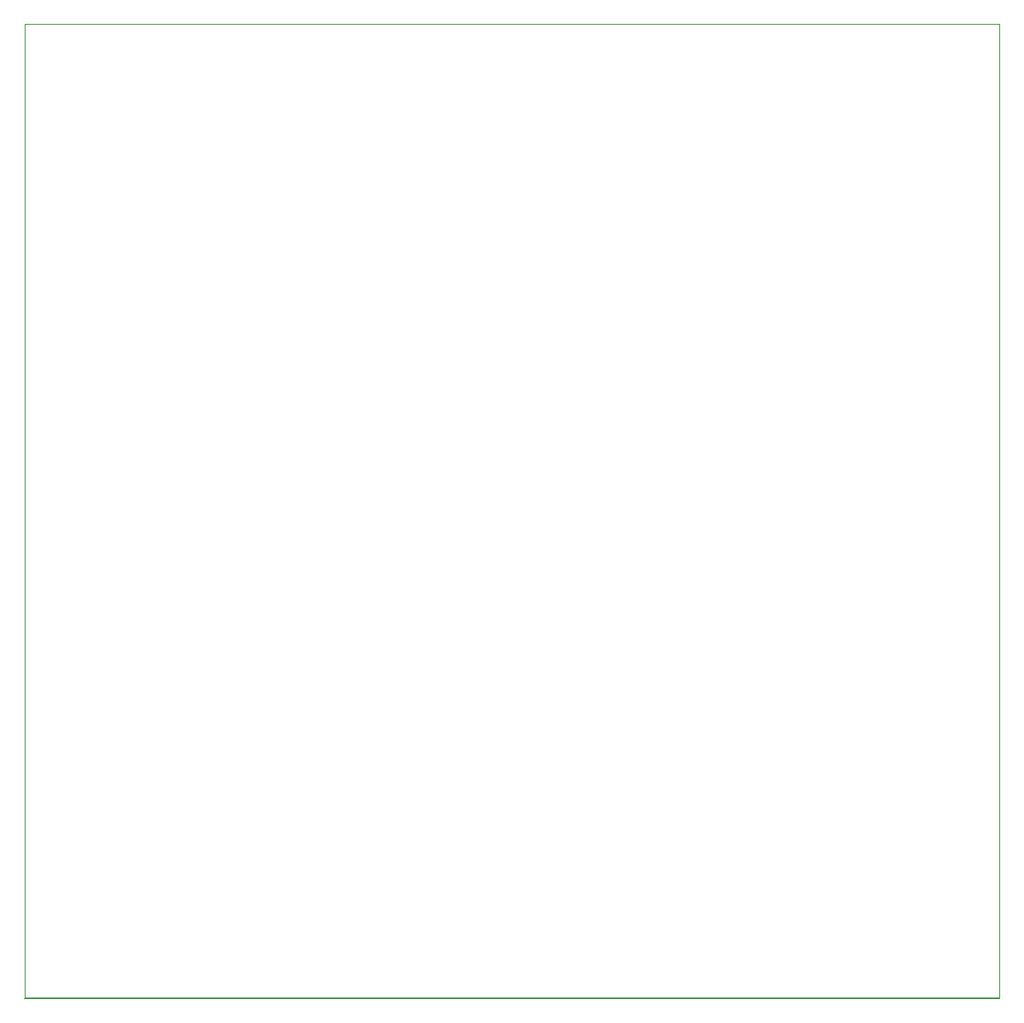
<source format=gbr>
%TF.GenerationSoftware,KiCad,Pcbnew,(5.1.6)-1*%
%TF.CreationDate,2020-09-14T21:14:26-07:00*%
%TF.ProjectId,Four Channel MHz LED Driver,466f7572-2043-4686-916e-6e656c204d48,rev?*%
%TF.SameCoordinates,Original*%
%TF.FileFunction,Profile,NP*%
%FSLAX46Y46*%
G04 Gerber Fmt 4.6, Leading zero omitted, Abs format (unit mm)*
G04 Created by KiCad (PCBNEW (5.1.6)-1) date 2020-09-14 21:14:26*
%MOMM*%
%LPD*%
G01*
G04 APERTURE LIST*
%TA.AperFunction,Profile*%
%ADD10C,0.150000*%
%TD*%
%TA.AperFunction,Profile*%
%ADD11C,0.050000*%
%TD*%
G04 APERTURE END LIST*
D10*
X137000000Y-124000000D02*
X37000000Y-124000000D01*
D11*
X37000000Y-24000000D02*
X37000000Y-124000000D01*
X137000000Y-24000000D02*
X137000000Y-124000000D01*
X37000000Y-24000000D02*
X137000000Y-24000000D01*
M02*

</source>
